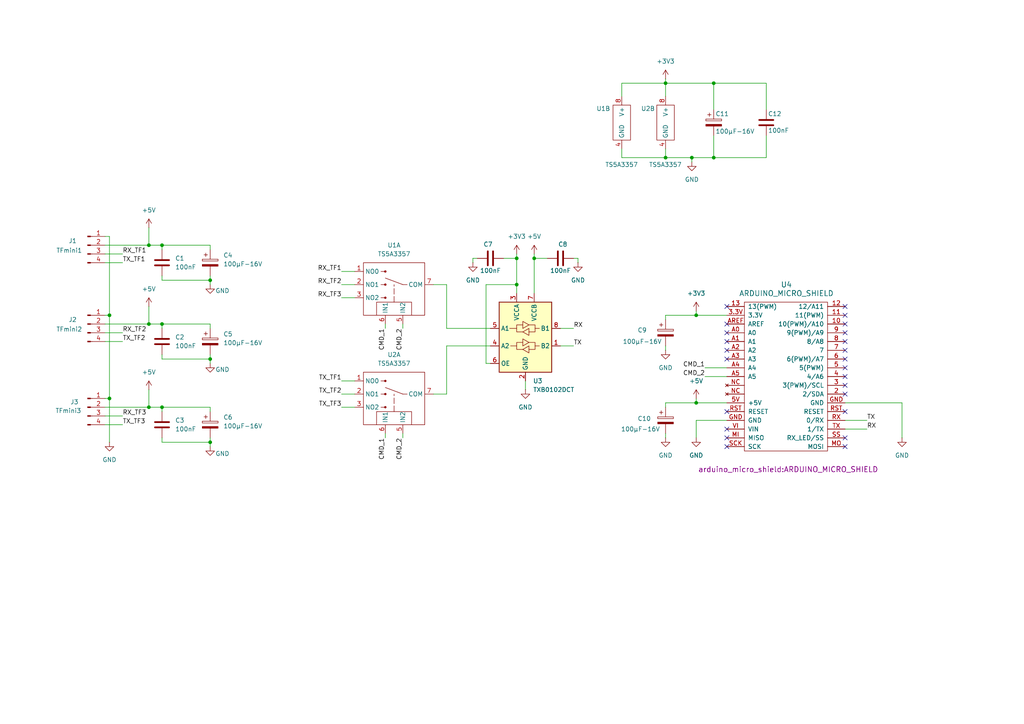
<source format=kicad_sch>
(kicad_sch (version 20231120) (generator "eeschema") (generator_version "8.0")
  (paper "A4")
  (lib_symbols
    (symbol "Connector:Conn_01x04_Pin" (pin_names (offset 1.016) hide)
      (property "Reference" "J" (at 0 5.08 0))
      (property "Value" "Conn_01x04_Pin" (at 0 -7.62 0))
      (symbol "Conn_01x04_Pin_1_1"
        (polyline (pts (xy 1.27 -5.08) (xy 0.8636 -5.08)) (stroke (width 0.1524)))
        (polyline (pts (xy 1.27 -2.54) (xy 0.8636 -2.54)) (stroke (width 0.1524)))
        (polyline (pts (xy 1.27 0) (xy 0.8636 0)) (stroke (width 0.1524)))
        (polyline (pts (xy 1.27 2.54) (xy 0.8636 2.54)) (stroke (width 0.1524)))
        (rectangle (start 0.8636 -4.953) (end 0 -5.207) (stroke (width 0.1524)) (fill (type outline)))
        (rectangle (start 0.8636 -2.413) (end 0 -2.667) (stroke (width 0.1524)) (fill (type outline)))
        (rectangle (start 0.8636 0.127) (end 0 -0.127) (stroke (width 0.1524)) (fill (type outline)))
        (rectangle (start 0.8636 2.667) (end 0 2.413) (stroke (width 0.1524)) (fill (type outline)))
        (pin passive line (at 5.08 2.54 180) (length 3.81) (name "Pin_1") (number "1"))
        (pin passive line (at 5.08 0 180) (length 3.81) (name "Pin_2") (number "2"))
        (pin passive line (at 5.08 -2.54 180) (length 3.81) (name "Pin_3") (number "3"))
        (pin passive line (at 5.08 -5.08 180) (length 3.81) (name "Pin_4") (number "4"))
      )
    )
    (symbol "Device:C" (pin_numbers hide) (pin_names (offset 0.254))
      (property "Reference" "C" (at 0.635 2.54 0))
      (property "Value" "C" (at 0.635 -2.54 0))
      (symbol "C_0_1"
        (polyline (pts (xy -2.032 -0.762) (xy 2.032 -0.762)) (stroke (width 0.508)))
        (polyline (pts (xy -2.032 0.762) (xy 2.032 0.762)) (stroke (width 0.508)))
      )
      (symbol "C_1_1"
        (pin passive line (at 0 3.81 270) (length 2.794) (name "~") (number "1"))
        (pin passive line (at 0 -3.81 90) (length 2.794) (name "~") (number "2"))
      )
    )
    (symbol "Device:C_Polarized" (pin_numbers hide) (pin_names (offset 0.254))
      (property "Reference" "C" (at 0.635 2.54 0))
      (property "Value" "C_Polarized" (at 0.635 -2.54 0))
      (symbol "C_Polarized_0_1"
        (rectangle (start -2.286 0.508) (end 2.286 1.016))
        (polyline (pts (xy -1.778 2.286) (xy -0.762 2.286)))
        (polyline (pts (xy -1.27 2.794) (xy -1.27 1.778)))
        (rectangle (start 2.286 -0.508) (end -2.286 -1.016) (fill (type outline)))
      )
      (symbol "C_Polarized_1_1"
        (pin passive line (at 0 3.81 270) (length 2.794) (name "~") (number "1"))
        (pin passive line (at 0 -3.81 90) (length 2.794) (name "~") (number "2"))
      )
    )
    (symbol "Logic_LevelTranslator:TXB0102DCT"
      (property "Reference" "U" (at -6.35 11.43 0))
      (property "Value" "TXB0102DCT" (at 3.81 11.43 0))
      (symbol "TXB0102DCT_0_1"
        (rectangle (start -7.62 10.16) (end 7.62 -10.16) (stroke (width 0.254)) (fill (type background)))
        (polyline (pts (xy -2.54 -2.54) (xy -2.54 -1.524) (xy -0.762 -1.524)))
        (polyline (pts (xy -2.54 2.54) (xy -2.54 3.556) (xy -0.762 3.556)))
        (polyline (pts (xy 2.794 -2.54) (xy 2.794 -3.556) (xy 1.016 -3.556)))
        (polyline (pts (xy 2.794 2.54) (xy 2.794 1.524) (xy 1.016 1.524)))
        (polyline (pts (xy -0.762 -3.556) (xy -2.54 -3.556) (xy -2.54 -2.54) (xy -4.318 -2.54)))
        (polyline (pts (xy -0.762 -2.54) (xy -0.762 -0.508) (xy 1.016 -1.524) (xy -0.762 -2.54)) (fill (type background)))
        (polyline (pts (xy -0.762 1.524) (xy -2.54 1.524) (xy -2.54 2.54) (xy -4.572 2.54)))
        (polyline (pts (xy -0.762 2.54) (xy -0.762 4.572) (xy 1.016 3.556) (xy -0.762 2.54)))
        (polyline (pts (xy 1.016 -2.54) (xy 1.016 -4.572) (xy -0.762 -3.556) (xy 1.016 -2.54)))
        (polyline (pts (xy 1.016 -1.524) (xy 2.794 -1.524) (xy 2.794 -2.54) (xy 4.064 -2.54)))
        (polyline (pts (xy 1.016 3.556) (xy 2.794 3.556) (xy 2.794 2.54) (xy 4.064 2.54)))
        (polyline (pts (xy 1.016 2.54) (xy 1.016 0.762) (xy 1.016 0.508) (xy -0.762 1.524) (xy 1.016 2.54)))
      )
      (symbol "TXB0102DCT_1_1"
        (pin bidirectional line (at 10.16 -2.54 180) (length 2.54) (name "B2") (number "1"))
        (pin power_in line (at 0 -12.7 90) (length 2.54) (name "GND") (number "2"))
        (pin power_in line (at -2.54 12.7 270) (length 2.54) (name "VCCA") (number "3"))
        (pin bidirectional line (at -10.16 -2.54 0) (length 2.54) (name "A2") (number "4"))
        (pin bidirectional line (at -10.16 2.54 0) (length 2.54) (name "A1") (number "5"))
        (pin input line (at -10.16 -7.62 0) (length 2.54) (name "OE") (number "6"))
        (pin power_in line (at 2.54 12.7 270) (length 2.54) (name "VCCB") (number "7"))
        (pin bidirectional line (at 10.16 2.54 180) (length 2.54) (name "B1") (number "8"))
      )
    )
    (symbol "analogSwitch:TS5A3357"
      (property "Reference" "U" (at -11.43 19.558 0))
      (property "Value" "TS5A3357" (at 0 8.128 0))
      (symbol "TS5A3357_1_1"
        (rectangle (start -8.89 6.35) (end 8.89 -8.89))
        (circle (center -2.54 -3.81) (radius 0.254) (fill (type outline)))
        (circle (center -2.54 0) (radius 0.254) (fill (type outline)))
        (circle (center -2.54 3.81) (radius 0.254) (fill (type outline)))
        (polyline (pts (xy -3.81 -3.81) (xy -2.54 -3.81)))
        (polyline (pts (xy -3.81 0) (xy -2.54 0)))
        (polyline (pts (xy -2.54 3.81) (xy -3.81 3.81)))
        (polyline (pts (xy 0 -5.08) (xy 0 0)) (stroke (width 0) (type dash)))
        (polyline (pts (xy 2.54 0) (xy -2.54 1.905)))
        (polyline (pts (xy 3.81 0) (xy 2.54 0)))
        (polyline (pts (xy 5.08 -8.89) (xy 5.08 -5.08) (xy -5.08 -5.08) (xy -5.08 -8.89)))
        (pin bidirectional line (at -11.43 3.81 0) (length 2.54) (name "NO0") (number "1"))
        (pin bidirectional line (at -11.43 0 0) (length 2.54) (name "NO1") (number "2"))
        (pin bidirectional line (at -11.43 -3.81 0) (length 2.54) (name "NO2") (number "3"))
        (pin input line (at 2.54 -11.43 90) (length 2.54) (name "IN2") (number "5"))
        (pin input line (at -2.54 -11.43 90) (length 2.54) (name "IN1") (number "6"))
        (pin bidirectional line (at 11.43 0 180) (length 2.54) (name "COM") (number "7"))
      )
      (symbol "TS5A3357_2_1"
        (rectangle (start -2.54 5.08) (end 2.54 -5.08))
        (pin power_in line (at 0 -7.62 90) (length 2.54) (name "GND") (number "4"))
        (pin power_in line (at 0 7.62 270) (length 2.54) (name "V+") (number "8"))
      )
    )
    (symbol "arduino_micro_shield:ARDUINO_MICRO_SHIELD" (pin_names (offset 1.016))
      (property "Reference" "U" (at 44.45 10.16 0))
      (property "Value" "ARDUINO_MICRO_SHIELD" (at 21.59 15.24 0))
      (symbol "ARDUINO_MICRO_SHIELD_0_1"
        (rectangle (start 0 0) (end 43.18 24.13))
      )
      (symbol "ARDUINO_MICRO_SHIELD_1_1"
        (pin bidirectional line (at 36.83 -5.08 90) (length 5.08) (name "10(PWM)/A10") (number "10"))
        (pin bidirectional line (at 39.37 -5.08 90) (length 5.08) (name "11(PWM)") (number "11"))
        (pin bidirectional line (at 41.91 -5.08 90) (length 5.08) (name "12/A11") (number "12"))
        (pin bidirectional line (at 41.91 29.21 270) (length 5.08) (name "13(PWM)") (number "13"))
        (pin bidirectional line (at 16.51 -5.08 90) (length 5.08) (name "2/SDA") (number "2"))
        (pin bidirectional line (at 19.05 -5.08 90) (length 5.08) (name "3(PWM)/SCL") (number "3"))
        (pin power_in line (at 39.37 29.21 270) (length 5.08) (name "3.3V") (number "3.3V"))
        (pin bidirectional line (at 21.59 -5.08 90) (length 5.08) (name "4/A6") (number "4"))
        (pin bidirectional line (at 24.13 -5.08 90) (length 5.08) (name "5(PWM)") (number "5"))
        (pin power_in line (at 13.97 29.21 270) (length 5.08) (name "+5V") (number "5V"))
        (pin bidirectional line (at 26.67 -5.08 90) (length 5.08) (name "6(PWM)/A7") (number "6"))
        (pin bidirectional line (at 29.21 -5.08 90) (length 5.08) (name "7") (number "7"))
        (pin bidirectional line (at 31.75 -5.08 90) (length 5.08) (name "8/A8") (number "8"))
        (pin bidirectional line (at 34.29 -5.08 90) (length 5.08) (name "9(PWM)/A9") (number "9"))
        (pin bidirectional line (at 34.29 29.21 270) (length 5.08) (name "A0") (number "A0"))
        (pin bidirectional line (at 31.75 29.21 270) (length 5.08) (name "A1") (number "A1"))
        (pin bidirectional line (at 29.21 29.21 270) (length 5.08) (name "A2") (number "A2"))
        (pin bidirectional line (at 26.67 29.21 270) (length 5.08) (name "A3") (number "A3"))
        (pin bidirectional line (at 24.13 29.21 270) (length 5.08) (name "A4") (number "A4"))
        (pin bidirectional line (at 21.59 29.21 270) (length 5.08) (name "A5") (number "A5"))
        (pin power_in line (at 36.83 29.21 270) (length 5.08) (name "AREF") (number "AREF"))
        (pin power_in line (at 8.89 29.21 270) (length 5.08) (name "GND") (number "GND"))
        (pin power_in line (at 13.97 -5.08 90) (length 5.08) (name "GND") (number "GND"))
        (pin bidirectional line (at 3.81 29.21 270) (length 5.08) (name "MISO") (number "MI"))
        (pin bidirectional line (at 1.27 -5.08 90) (length 5.08) (name "MOSI") (number "MO"))
        (pin no_connect line (at 16.51 29.21 270) (length 5.08) (name "~") (number "NC"))
        (pin no_connect line (at 19.05 29.21 270) (length 5.08) (name "~") (number "NC"))
        (pin bidirectional line (at 11.43 -5.08 90) (length 5.08) (name "RESET") (number "RST"))
        (pin bidirectional line (at 11.43 29.21 270) (length 5.08) (name "RESET") (number "RST"))
        (pin bidirectional line (at 8.89 -5.08 90) (length 5.08) (name "0/RX") (number "RX"))
        (pin bidirectional line (at 1.27 29.21 270) (length 5.08) (name "SCK") (number "SCK"))
        (pin bidirectional line (at 3.81 -5.08 90) (length 5.08) (name "RX_LED/SS") (number "SS"))
        (pin bidirectional line (at 6.35 -5.08 90) (length 5.08) (name "1/TX") (number "TX"))
        (pin power_in line (at 6.35 29.21 270) (length 5.08) (name "VIN") (number "VI"))
      )
    )
    (symbol "power:+3V3" (power) (pin_numbers hide) (pin_names (offset 0) hide)
      (property "Value" "+3V3" (at 0 3.556 0))
      (symbol "+3V3_0_1"
        (polyline (pts (xy -0.762 1.27) (xy 0 2.54)))
        (polyline (pts (xy 0 0) (xy 0 2.54)))
        (polyline (pts (xy 0 2.54) (xy 0.762 1.27)))
      )
      (symbol "+3V3_1_1"
        (pin power_in line (at 0 0 90) (length 0) (name "~") (number "1"))
      )
    )
    (symbol "power:+5V" (power) (pin_numbers hide) (pin_names (offset 0) hide)
      (property "Value" "+5V" (at 0 3.556 0))
      (symbol "+5V_0_1"
        (polyline (pts (xy -0.762 1.27) (xy 0 2.54)))
        (polyline (pts (xy 0 0) (xy 0 2.54)))
        (polyline (pts (xy 0 2.54) (xy 0.762 1.27)))
      )
      (symbol "+5V_1_1"
        (pin power_in line (at 0 0 90) (length 0) (name "~") (number "1"))
      )
    )
    (symbol "power:GND" (power) (pin_numbers hide) (pin_names (offset 0) hide)
      (property "Value" "GND" (at 0 -3.81 0))
      (symbol "GND_0_1"
        (polyline (pts (xy 0 0) (xy 0 -1.27) (xy 1.27 -1.27) (xy 0 -2.54) (xy -1.27 -1.27) (xy 0 -1.27)))
      )
      (symbol "GND_1_1"
        (pin power_in line (at 0 0 270) (length 0) (name "~") (number "1"))
      )
    )
  )
  (junction (at 200.66 45.72))
  (junction (at 149.86 74.93))
  (junction (at 46.99 93.98))
  (junction (at 31.75 91.44))
  (junction (at 193.04 45.72))
  (junction (at 60.96 81.28))
  (junction (at 193.04 24.13))
  (junction (at 207.01 45.72))
  (junction (at 60.96 128.27))
  (junction (at 46.99 118.11))
  (junction (at 201.93 116.84))
  (junction (at 154.94 74.93))
  (junction (at 31.75 115.57))
  (junction (at 60.96 104.14))
  (junction (at 43.18 71.12))
  (junction (at 201.93 91.44))
  (junction (at 46.99 71.12))
  (junction (at 43.18 93.98))
  (junction (at 207.01 24.13))
  (junction (at 43.18 118.11))
  (junction (at 149.86 82.55))
  (no_connect (at 245.11 91.44))
  (no_connect (at 210.82 129.54))
  (no_connect (at 210.82 96.52))
  (no_connect (at 245.11 93.98))
  (no_connect (at 245.11 99.06))
  (no_connect (at 245.11 88.9))
  (no_connect (at 245.11 96.52))
  (no_connect (at 245.11 119.38))
  (no_connect (at 245.11 111.76))
  (no_connect (at 245.11 106.68))
  (no_connect (at 210.82 93.98))
  (no_connect (at 245.11 129.54))
  (no_connect (at 210.82 99.06))
  (no_connect (at 210.82 124.46))
  (no_connect (at 210.82 119.38))
  (no_connect (at 245.11 109.22))
  (no_connect (at 210.82 104.14))
  (no_connect (at 210.82 127))
  (no_connect (at 210.82 88.9))
  (no_connect (at 245.11 127))
  (no_connect (at 245.11 101.6))
  (no_connect (at 245.11 114.3))
  (no_connect (at 210.82 101.6))
  (no_connect (at 245.11 104.14))
  (wire (pts (xy 193.04 100.33) (xy 193.04 101.6)))
  (wire (pts (xy 99.06 110.49) (xy 102.87 110.49)))
  (wire (pts (xy 60.96 81.28) (xy 60.96 80.01)))
  (wire (pts (xy 30.48 93.98) (xy 43.18 93.98)))
  (wire (pts (xy 111.76 125.73) (xy 111.76 127)))
  (wire (pts (xy 193.04 45.72) (xy 200.66 45.72)))
  (wire (pts (xy 167.64 74.93) (xy 167.64 76.2)))
  (wire (pts (xy 201.93 121.92) (xy 210.82 121.92)))
  (wire (pts (xy 200.66 45.72) (xy 207.01 45.72)))
  (wire (pts (xy 200.66 45.72) (xy 200.66 46.99)))
  (wire (pts (xy 60.96 93.98) (xy 60.96 95.25)))
  (wire (pts (xy 43.18 118.11) (xy 43.18 113.03)))
  (wire (pts (xy 207.01 24.13) (xy 222.25 24.13)))
  (wire (pts (xy 30.48 96.52) (xy 35.56 96.52)))
  (wire (pts (xy 30.48 71.12) (xy 43.18 71.12)))
  (wire (pts (xy 31.75 68.58) (xy 31.75 91.44)))
  (wire (pts (xy 154.94 73.66) (xy 154.94 74.93)))
  (wire (pts (xy 204.47 109.22) (xy 210.82 109.22)))
  (wire (pts (xy 193.04 22.86) (xy 193.04 24.13)))
  (wire (pts (xy 46.99 118.11) (xy 60.96 118.11)))
  (wire (pts (xy 30.48 115.57) (xy 31.75 115.57)))
  (wire (pts (xy 146.05 74.93) (xy 149.86 74.93)))
  (wire (pts (xy 137.16 74.93) (xy 138.43 74.93)))
  (wire (pts (xy 43.18 93.98) (xy 46.99 93.98)))
  (wire (pts (xy 201.93 116.84) (xy 193.04 116.84)))
  (wire (pts (xy 46.99 72.39) (xy 46.99 71.12)))
  (wire (pts (xy 30.48 118.11) (xy 43.18 118.11)))
  (wire (pts (xy 201.93 90.17) (xy 201.93 91.44)))
  (wire (pts (xy 30.48 68.58) (xy 31.75 68.58)))
  (wire (pts (xy 99.06 114.3) (xy 102.87 114.3)))
  (wire (pts (xy 180.34 43.18) (xy 180.34 45.72)))
  (wire (pts (xy 60.96 71.12) (xy 60.96 72.39)))
  (wire (pts (xy 111.76 93.98) (xy 111.76 95.25)))
  (wire (pts (xy 193.04 91.44) (xy 201.93 91.44)))
  (wire (pts (xy 125.73 82.55) (xy 129.54 82.55)))
  (wire (pts (xy 46.99 71.12) (xy 60.96 71.12)))
  (wire (pts (xy 180.34 27.94) (xy 180.34 24.13)))
  (wire (pts (xy 180.34 24.13) (xy 193.04 24.13)))
  (wire (pts (xy 137.16 74.93) (xy 137.16 76.2)))
  (wire (pts (xy 166.37 74.93) (xy 167.64 74.93)))
  (wire (pts (xy 204.47 106.68) (xy 210.82 106.68)))
  (wire (pts (xy 152.4 110.49) (xy 152.4 113.03)))
  (wire (pts (xy 60.96 104.14) (xy 60.96 105.41)))
  (wire (pts (xy 222.25 39.37) (xy 222.25 45.72)))
  (wire (pts (xy 154.94 85.09) (xy 154.94 74.93)))
  (wire (pts (xy 162.56 95.25) (xy 166.37 95.25)))
  (wire (pts (xy 46.99 118.11) (xy 46.99 119.38)))
  (wire (pts (xy 116.84 93.98) (xy 116.84 95.25)))
  (wire (pts (xy 60.96 81.28) (xy 60.96 82.55)))
  (wire (pts (xy 46.99 93.98) (xy 60.96 93.98)))
  (wire (pts (xy 60.96 127) (xy 60.96 128.27)))
  (wire (pts (xy 129.54 100.33) (xy 142.24 100.33)))
  (wire (pts (xy 60.96 128.27) (xy 46.99 128.27)))
  (wire (pts (xy 30.48 99.06) (xy 35.56 99.06)))
  (wire (pts (xy 60.96 102.87) (xy 60.96 104.14)))
  (wire (pts (xy 201.93 91.44) (xy 210.82 91.44)))
  (wire (pts (xy 43.18 93.98) (xy 43.18 88.9)))
  (wire (pts (xy 222.25 24.13) (xy 222.25 31.75)))
  (wire (pts (xy 60.96 104.14) (xy 46.99 104.14)))
  (wire (pts (xy 193.04 27.94) (xy 193.04 24.13)))
  (wire (pts (xy 201.93 115.57) (xy 201.93 116.84)))
  (wire (pts (xy 30.48 120.65) (xy 35.56 120.65)))
  (wire (pts (xy 99.06 82.55) (xy 102.87 82.55)))
  (wire (pts (xy 30.48 73.66) (xy 35.56 73.66)))
  (wire (pts (xy 99.06 118.11) (xy 102.87 118.11)))
  (wire (pts (xy 46.99 80.01) (xy 46.99 81.28)))
  (wire (pts (xy 142.24 105.41) (xy 140.97 105.41)))
  (wire (pts (xy 46.99 95.25) (xy 46.99 93.98)))
  (wire (pts (xy 193.04 91.44) (xy 193.04 92.71)))
  (wire (pts (xy 207.01 24.13) (xy 193.04 24.13)))
  (wire (pts (xy 99.06 86.36) (xy 102.87 86.36)))
  (wire (pts (xy 149.86 82.55) (xy 149.86 85.09)))
  (wire (pts (xy 43.18 118.11) (xy 46.99 118.11)))
  (wire (pts (xy 154.94 74.93) (xy 158.75 74.93)))
  (wire (pts (xy 116.84 125.73) (xy 116.84 127)))
  (wire (pts (xy 46.99 104.14) (xy 46.99 102.87)))
  (wire (pts (xy 245.11 121.92) (xy 251.46 121.92)))
  (wire (pts (xy 245.11 124.46) (xy 251.46 124.46)))
  (wire (pts (xy 149.86 74.93) (xy 149.86 82.55)))
  (wire (pts (xy 149.86 73.66) (xy 149.86 74.93)))
  (wire (pts (xy 43.18 71.12) (xy 43.18 66.04)))
  (wire (pts (xy 207.01 45.72) (xy 207.01 39.37)))
  (wire (pts (xy 210.82 116.84) (xy 201.93 116.84)))
  (wire (pts (xy 30.48 76.2) (xy 35.56 76.2)))
  (wire (pts (xy 180.34 45.72) (xy 193.04 45.72)))
  (wire (pts (xy 201.93 121.92) (xy 201.93 127)))
  (wire (pts (xy 207.01 31.75) (xy 207.01 24.13)))
  (wire (pts (xy 193.04 116.84) (xy 193.04 118.11)))
  (wire (pts (xy 261.62 116.84) (xy 245.11 116.84)))
  (wire (pts (xy 60.96 119.38) (xy 60.96 118.11)))
  (wire (pts (xy 193.04 45.72) (xy 193.04 43.18)))
  (wire (pts (xy 129.54 82.55) (xy 129.54 95.25)))
  (wire (pts (xy 125.73 114.3) (xy 129.54 114.3)))
  (wire (pts (xy 162.56 100.33) (xy 166.37 100.33)))
  (wire (pts (xy 140.97 82.55) (xy 140.97 105.41)))
  (wire (pts (xy 31.75 115.57) (xy 31.75 128.27)))
  (wire (pts (xy 129.54 114.3) (xy 129.54 100.33)))
  (wire (pts (xy 60.96 128.27) (xy 60.96 129.54)))
  (wire (pts (xy 30.48 123.19) (xy 35.56 123.19)))
  (wire (pts (xy 31.75 91.44) (xy 31.75 115.57)))
  (wire (pts (xy 140.97 82.55) (xy 149.86 82.55)))
  (wire (pts (xy 207.01 45.72) (xy 222.25 45.72)))
  (wire (pts (xy 46.99 81.28) (xy 60.96 81.28)))
  (wire (pts (xy 99.06 78.74) (xy 102.87 78.74)))
  (wire (pts (xy 261.62 116.84) (xy 261.62 127)))
  (wire (pts (xy 46.99 128.27) (xy 46.99 127)))
  (wire (pts (xy 43.18 71.12) (xy 46.99 71.12)))
  (wire (pts (xy 193.04 125.73) (xy 193.04 127)))
  (wire (pts (xy 31.75 91.44) (xy 30.48 91.44)))
  (wire (pts (xy 129.54 95.25) (xy 142.24 95.25)))
  (label "TX_TF2" (at 35.56 99.06 0))
  (label "RX_TF3" (at 99.06 86.36 180))
  (label "CMD_2" (at 116.84 95.25 270))
  (label "TX_TF3" (at 35.56 123.19 0))
  (label "CMD_2" (at 116.84 127 270))
  (label "TX_TF2" (at 99.06 114.3 180))
  (label "CMD_1" (at 204.47 106.68 180))
  (label "TX_TF1" (at 99.06 110.49 180))
  (label "CMD_1" (at 111.76 95.25 270))
  (label "RX_TF3" (at 35.56 120.65 0))
  (label "RX_TF2" (at 99.06 82.55 180))
  (label "TX" (at 166.37 100.33 0))
  (label "RX_TF1" (at 35.56 73.66 0))
  (label "RX" (at 251.46 124.46 0))
  (label "RX" (at 166.37 95.25 0))
  (label "TX" (at 251.46 121.92 0))
  (label "TX_TF3" (at 99.06 118.11 180))
  (label "RX_TF1" (at 99.06 78.74 180))
  (label "CMD_2" (at 204.47 109.22 180))
  (label "CMD_1" (at 111.76 127 270))
  (label "RX_TF2" (at 35.56 96.52 0))
  (label "TX_TF1" (at 35.56 76.2 0))
  (symbol (lib_id "power:GND") (at 193.04 101.6 0) (unit 1)
    (property "Reference" "#PWR014" (effects (hide yes)))
    (property "Value" "GND" (at 193.04 106.68 0))
    (property "Description" "Power symbol creates a global label with name \"GND\" , ground" (effects (hide yes)))
  )
  (symbol (lib_id "power:+5V") (at 43.18 66.04 0) (unit 1)
    (property "Reference" "#PWR02" (effects (hide yes)))
    (property "Value" "+5V" (at 43.18 60.96 0))
    (property "Description" "Power symbol creates a global label with name \"+5V\"" (effects (hide yes)))
  )
  (symbol (lib_id "Device:C_Polarized") (at 207.01 35.56 0) (unit 1)
    (property "Reference" "C11" (at 207.518 33.02 0) (effects (justify left)))
    (property "Value" "100µF-16V" (at 207.518 38.1 0) (effects (justify left)))
    (property "Footprint" "Capacitor_SMD:CP_Elec_6.3x5.7" (effects (hide yes)))
    (property "Description" "Polarized capacitor" (effects (hide yes)))
  )
  (symbol (lib_id "Device:C_Polarized") (at 193.04 121.92 0) (unit 1)
    (property "Reference" "C10" (at 184.912 121.412 0) (effects (justify left)))
    (property "Value" "100µF-16V" (at 180.086 124.46 0) (effects (justify left)))
    (property "Footprint" "Capacitor_SMD:CP_Elec_6.3x5.7" (effects (hide yes)))
    (property "Description" "Polarized capacitor" (effects (hide yes)))
  )
  (symbol (lib_id "power:GND") (at 137.16 76.2 0) (unit 1)
    (property "Reference" "#PWR08" (effects (hide yes)))
    (property "Value" "GND" (at 137.16 81.28 0))
    (property "Description" "Power symbol creates a global label with name \"GND\" , ground" (effects (hide yes)))
  )
  (symbol (lib_id "power:GND") (at 31.75 128.27 0) (unit 1)
    (property "Reference" "#PWR01" (effects (hide yes)))
    (property "Value" "GND" (at 31.75 133.35 0))
    (property "Description" "Power symbol creates a global label with name \"GND\" , ground" (effects (hide yes)))
  )
  (symbol (lib_id "Device:C") (at 162.56 74.93 90) (unit 1)
    (property "Reference" "C8" (at 164.592 70.866 90) (effects (justify left)))
    (property "Value" "100nF" (at 165.608 78.486 90) (effects (justify left)))
    (property "Footprint" "Capacitor_SMD:C_1206_3216Metric_Pad1.33x1.80mm_HandSolder" (effects (hide yes)))
    (property "Description" "Unpolarized capacitor" (effects (hide yes)))
  )
  (symbol (lib_id "power:GND") (at 261.62 127 0) (unit 1)
    (property "Reference" "#PWR020" (effects (hide yes)))
    (property "Value" "GND" (at 261.62 132.08 0))
    (property "Description" "Power symbol creates a global label with name \"GND\" , ground" (effects (hide yes)))
  )
  (symbol (lib_id "Device:C_Polarized") (at 193.04 96.52 0) (unit 1)
    (property "Reference" "C9" (at 184.912 95.758 0) (effects (justify left)))
    (property "Value" "100µF-16V" (at 180.594 99.06 0) (effects (justify left)))
    (property "Footprint" "Capacitor_SMD:CP_Elec_6.3x5.7" (effects (hide yes)))
    (property "Description" "Polarized capacitor" (effects (hide yes)))
  )
  (symbol (lib_id "power:+5V") (at 43.18 113.03 0) (unit 1)
    (property "Reference" "#PWR04" (effects (hide yes)))
    (property "Value" "+5V" (at 43.18 107.95 0))
    (property "Description" "Power symbol creates a global label with name \"+5V\"" (effects (hide yes)))
  )
  (symbol (lib_id "Device:C") (at 222.25 35.56 0) (unit 1)
    (property "Reference" "C12" (at 222.758 33.02 0) (effects (justify left)))
    (property "Value" "100nF" (at 222.758 37.846 0) (effects (justify left)))
    (property "Footprint" "Capacitor_SMD:C_1206_3216Metric_Pad1.33x1.80mm_HandSolder" (effects (hide yes)))
    (property "Description" "Unpolarized capacitor" (effects (hide yes)))
  )
  (symbol (lib_id "power:GND") (at 60.96 105.41 0) (unit 1)
    (property "Reference" "#PWR06" (effects (hide yes)))
    (property "Value" "GND" (at 64.516 107.188 0))
    (property "Description" "Power symbol creates a global label with name \"GND\" , ground" (effects (hide yes)))
  )
  (symbol (lib_id "power:+3V3") (at 201.93 90.17 0) (unit 1)
    (property "Reference" "#PWR017" (effects (hide yes)))
    (property "Value" "+3V3" (at 201.93 85.09 0))
    (property "Description" "Power symbol creates a global label with name \"+3V3\"" (effects (hide yes)))
  )
  (symbol (lib_id "Device:C_Polarized") (at 60.96 76.2 0) (unit 1)
    (property "Reference" "C4" (at 64.77 74.0409 0) (effects (justify left)))
    (property "Value" "100µF-16V" (at 64.77 76.5809 0) (effects (justify left)))
    (property "Footprint" "Capacitor_SMD:CP_Elec_6.3x5.7" (effects (hide yes)))
    (property "Description" "Polarized capacitor" (effects (hide yes)))
  )
  (symbol (lib_id "Connector:Conn_01x04_Pin") (at 25.4 93.98 0) (unit 1)
    (property "Reference" "J2" (at 21.082 92.71 0))
    (property "Value" "TFmini2" (at 20.066 95.504 0))
    (property "Footprint" "Connector_PinHeader_2.54mm:PinHeader_1x04_P2.54mm_Vertical" (effects (hide yes)))
    (property "Description" "Generic connector, single row, 01x04, script generated" (effects (hide yes)))
  )
  (symbol (lib_id "Connector:Conn_01x04_Pin") (at 25.4 118.11 0) (unit 1)
    (property "Reference" "J3" (at 21.59 116.586 0))
    (property "Value" "TFmini3" (at 19.812 119.126 0))
    (property "Footprint" "Connector_PinHeader_2.54mm:PinHeader_1x04_P2.54mm_Vertical" (effects (hide yes)))
    (property "Description" "Generic connector, single row, 01x04, script generated" (effects (hide yes)))
  )
  (symbol (lib_id "arduino_micro_shield:ARDUINO_MICRO_SHIELD") (at 240.03 130.81 90) (unit 1)
    (property "Reference" "U4" (at 228.092 82.55 90) (effects (font (size 1.524 1.524))))
    (property "Value" "ARDUINO_MICRO_SHIELD" (at 228.092 85.09 90) (effects (font (size 1.524 1.524))))
    (property "Footprint" "arduino_micro_shield:ARDUINO_MICRO_SHIELD" (at 228.6 136.144 90) (effects (font (size 1.524 1.524))))
    (property "Description" "Arduino Micro shield" (effects (hide yes)))
  )
  (symbol (lib_id "Connector:Conn_01x04_Pin") (at 25.4 71.12 0) (unit 1)
    (property "Reference" "J1" (at 21.082 69.85 0))
    (property "Value" "TFmini1" (at 20.066 72.644 0))
    (property "Footprint" "Connector_PinHeader_2.54mm:PinHeader_1x04_P2.54mm_Vertical" (effects (hide yes)))
    (property "Description" "Generic connector, single row, 01x04, script generated" (effects (hide yes)))
  )
  (symbol (lib_id "power:GND") (at 200.66 46.99 0) (unit 1)
    (property "Reference" "#PWR016" (effects (hide yes)))
    (property "Value" "GND" (at 200.66 52.07 0))
    (property "Description" "Power symbol creates a global label with name \"GND\" , ground" (effects (hide yes)))
  )
  (symbol (lib_id "analogSwitch:TS5A3357") (at 180.34 35.56 0) (unit 2)
    (property "Reference" "U1" (at 172.974 31.496 0) (effects (justify left)))
    (property "Value" "TS5A3357" (at 175.514 47.752 0) (effects (justify left)))
    (property "Footprint" "Package_SO:VSSOP-8_3.0x3.0mm_P0.65mm" (effects (hide yes)))
    (property "Datasheet" "https://www.ti.com/lit/ds/symlink/ts5a3357.pdf?ts=1713213459979" (effects (hide yes)))
    (property "Description" "Analog switch 3:1" (effects (hide yes)))
  )
  (symbol (lib_id "Device:C") (at 46.99 99.06 0) (unit 1)
    (property "Reference" "C2" (at 50.8 97.7899 0) (effects (justify left)))
    (property "Value" "100nF" (at 50.8 100.3299 0) (effects (justify left)))
    (property "Footprint" "Capacitor_SMD:C_1206_3216Metric_Pad1.33x1.80mm_HandSolder" (effects (hide yes)))
    (property "Description" "Unpolarized capacitor" (effects (hide yes)))
  )
  (symbol (lib_id "Device:C_Polarized") (at 60.96 123.19 0) (unit 1)
    (property "Reference" "C6" (at 64.77 121.0309 0) (effects (justify left)))
    (property "Value" "100µF-16V" (at 64.77 123.5709 0) (effects (justify left)))
    (property "Footprint" "Capacitor_SMD:CP_Elec_6.3x5.7" (effects (hide yes)))
    (property "Description" "Polarized capacitor" (effects (hide yes)))
  )
  (symbol (lib_id "Device:C") (at 142.24 74.93 270) (unit 1)
    (property "Reference" "C7" (at 140.208 70.866 90) (effects (justify left)))
    (property "Value" "100nF" (at 139.192 78.486 90) (effects (justify left)))
    (property "Footprint" "Capacitor_SMD:C_1206_3216Metric_Pad1.33x1.80mm_HandSolder" (effects (hide yes)))
    (property "Description" "Unpolarized capacitor" (effects (hide yes)))
  )
  (symbol (lib_id "power:GND") (at 167.64 76.2 0) (unit 1)
    (property "Reference" "#PWR012" (effects (hide yes)))
    (property "Value" "GND" (at 167.64 81.28 0))
    (property "Description" "Power symbol creates a global label with name \"GND\" , ground" (effects (hide yes)))
  )
  (symbol (lib_id "analogSwitch:TS5A3357") (at 114.3 114.3 0) (unit 1)
    (property "Reference" "U2" (at 114.3 102.87 0))
    (property "Value" "TS5A3357" (at 114.3 105.41 0))
    (property "Footprint" "Package_SO:VSSOP-8_3.0x3.0mm_P0.65mm" (effects (hide yes)))
    (property "Datasheet" "https://www.ti.com/lit/ds/symlink/ts5a3357.pdf?ts=1713213459979" (effects (hide yes)))
    (property "Description" "Analog switch 3:1" (effects (hide yes)))
  )
  (symbol (lib_id "analogSwitch:TS5A3357") (at 114.3 82.55 0) (unit 1)
    (property "Reference" "U1" (at 114.3 71.12 0))
    (property "Value" "TS5A3357" (at 114.3 73.66 0))
    (property "Footprint" "Package_SO:VSSOP-8_3.0x3.0mm_P0.65mm" (effects (hide yes)))
    (property "Datasheet" "https://www.ti.com/lit/ds/symlink/ts5a3357.pdf?ts=1713213459979" (effects (hide yes)))
    (property "Description" "Analog switch 3:1" (effects (hide yes)))
  )
  (symbol (lib_id "power:+5V") (at 201.93 115.57 0) (unit 1)
    (property "Reference" "#PWR018" (effects (hide yes)))
    (property "Value" "+5V" (at 201.93 110.49 0))
    (property "Description" "Power symbol creates a global label with name \"+5V\"" (effects (hide yes)))
  )
  (symbol (lib_id "power:GND") (at 60.96 129.54 0) (unit 1)
    (property "Reference" "#PWR07" (effects (hide yes)))
    (property "Value" "GND" (at 64.516 131.572 0))
    (property "Description" "Power symbol creates a global label with name \"GND\" , ground" (effects (hide yes)))
  )
  (symbol (lib_id "power:+5V") (at 154.94 73.66 0) (unit 1)
    (property "Reference" "#PWR011" (effects (hide yes)))
    (property "Value" "+5V" (at 154.94 68.58 0))
    (property "Description" "Power symbol creates a global label with name \"+5V\"" (effects (hide yes)))
  )
  (symbol (lib_id "power:GND") (at 152.4 113.03 0) (unit 1)
    (property "Reference" "#PWR010" (effects (hide yes)))
    (property "Value" "GND" (at 152.4 118.11 0))
    (property "Description" "Power symbol creates a global label with name \"GND\" , ground" (effects (hide yes)))
  )
  (symbol (lib_id "power:+3V3") (at 149.86 73.66 0) (unit 1)
    (property "Reference" "#PWR09" (effects (hide yes)))
    (property "Value" "+3V3" (at 149.86 68.58 0))
    (property "Description" "Power symbol creates a global label with name \"+3V3\"" (effects (hide yes)))
  )
  (symbol (lib_id "power:GND") (at 201.93 127 0) (unit 1)
    (property "Reference" "#PWR019" (effects (hide yes)))
    (property "Value" "GND" (at 201.93 132.08 0))
    (property "Description" "Power symbol creates a global label with name \"GND\" , ground" (effects (hide yes)))
  )
  (symbol (lib_id "analogSwitch:TS5A3357") (at 193.04 35.56 0) (unit 2)
    (property "Reference" "U2" (at 185.928 31.496 0) (effects (justify left)))
    (property "Value" "TS5A3357" (at 188.214 47.752 0) (effects (justify left)))
    (property "Footprint" "Package_SO:VSSOP-8_3.0x3.0mm_P0.65mm" (effects (hide yes)))
    (property "Datasheet" "https://www.ti.com/lit/ds/symlink/ts5a3357.pdf?ts=1713213459979" (effects (hide yes)))
    (property "Description" "Analog switch 3:1" (effects (hide yes)))
  )
  (symbol (lib_id "power:+3V3") (at 193.04 22.86 0) (unit 1)
    (property "Reference" "#PWR013" (effects (hide yes)))
    (property "Value" "+3V3" (at 193.04 17.78 0))
    (property "Description" "Power symbol creates a global label with name \"+3V3\"" (effects (hide yes)))
  )
  (symbol (lib_id "Logic_LevelTranslator:TXB0102DCT") (at 152.4 97.79 0) (unit 1)
    (property "Reference" "U3" (at 154.5941 110.49 0) (effects (justify left)))
    (property "Value" "TXB0102DCT" (at 154.5941 113.03 0) (effects (justify left)))
    (property "Footprint" "Package_SO:TSSOP-8_3x3mm_P0.65mm" (effects (hide yes)))
    (property "Datasheet" "http://www.ti.com/lit/ds/symlink/txb0102.pdf" (effects (hide yes)))
    (property "Description" "2-Bit Bidirectional Voltage-Level Translator in TSSOP Package With Auto Direction Sensing and ±15-kV ESD Protection" (effects (hide yes)))
  )
  (symbol (lib_id "power:GND") (at 60.96 82.55 0) (unit 1)
    (property "Reference" "#PWR05" (effects (hide yes)))
    (property "Value" "GND" (at 64.516 84.328 0))
    (property "Description" "Power symbol creates a global label with name \"GND\" , ground" (effects (hide yes)))
  )
  (symbol (lib_id "power:+5V") (at 43.18 88.9 0) (unit 1)
    (property "Reference" "#PWR03" (effects (hide yes)))
    (property "Value" "+5V" (at 43.18 83.82 0))
    (property "Description" "Power symbol creates a global label with name \"+5V\"" (effects (hide yes)))
  )
  (symbol (lib_id "Device:C") (at 46.99 123.19 0) (unit 1)
    (property "Reference" "C3" (at 50.8 121.9199 0) (effects (justify left)))
    (property "Value" "100nF" (at 50.8 124.4599 0) (effects (justify left)))
    (property "Footprint" "Capacitor_SMD:C_1206_3216Metric_Pad1.33x1.80mm_HandSolder" (effects (hide yes)))
    (property "Description" "Unpolarized capacitor" (effects (hide yes)))
  )
  (symbol (lib_id "power:GND") (at 193.04 127 0) (unit 1)
    (property "Reference" "#PWR015" (effects (hide yes)))
    (property "Value" "GND" (at 193.04 132.08 0))
    (property "Description" "Power symbol creates a global label with name \"GND\" , ground" (effects (hide yes)))
  )
  (symbol (lib_id "Device:C") (at 46.99 76.2 0) (unit 1)
    (property "Reference" "C1" (at 50.8 74.9299 0) (effects (justify left)))
    (property "Value" "100nF" (at 50.8 77.4699 0) (effects (justify left)))
    (property "Footprint" "Capacitor_SMD:C_1206_3216Metric_Pad1.33x1.80mm_HandSolder" (effects (hide yes)))
    (property "Description" "Unpolarized capacitor" (effects (hide yes)))
  )
  (symbol (lib_id "Device:C_Polarized") (at 60.96 99.06 0) (unit 1)
    (property "Reference" "C5" (at 64.77 96.9009 0) (effects (justify left)))
    (property "Value" "100µF-16V" (at 64.77 99.4409 0) (effects (justify left)))
    (property "Footprint" "Capacitor_SMD:CP_Elec_6.3x5.7" (effects (hide yes)))
    (property "Description" "Polarized capacitor" (effects (hide yes)))
  )
)
</source>
